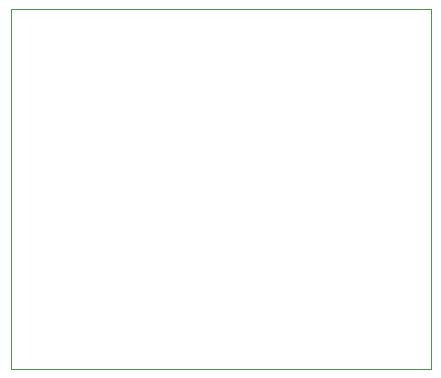
<source format=gbr>
G04 #@! TF.GenerationSoftware,KiCad,Pcbnew,(5.1.5)-3*
G04 #@! TF.CreationDate,2020-06-27T17:11:00-04:00*
G04 #@! TF.ProjectId,BreakoutSI4463PRORev2,42726561-6b6f-4757-9453-493434363350,rev?*
G04 #@! TF.SameCoordinates,Original*
G04 #@! TF.FileFunction,Profile,NP*
%FSLAX46Y46*%
G04 Gerber Fmt 4.6, Leading zero omitted, Abs format (unit mm)*
G04 Created by KiCad (PCBNEW (5.1.5)-3) date 2020-06-27 17:11:00*
%MOMM*%
%LPD*%
G04 APERTURE LIST*
%ADD10C,0.050000*%
G04 APERTURE END LIST*
D10*
X148590000Y-120650000D02*
X148590000Y-90170000D01*
X113030000Y-120650000D02*
X148590000Y-120650000D01*
X113030000Y-90170000D02*
X113030000Y-120650000D01*
X148590000Y-90170000D02*
X113030000Y-90170000D01*
M02*

</source>
